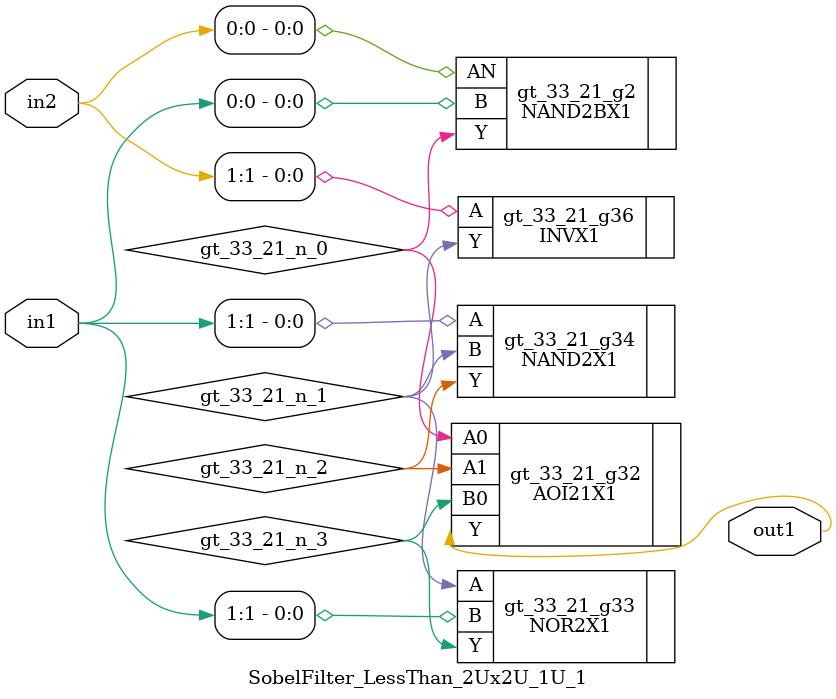
<source format=v>
`timescale 1ps / 1ps


module SobelFilter_LessThan_2Ux2U_1U_1(in2, in1, out1);
  input [1:0] in2, in1;
  output out1;
  wire [1:0] in2, in1;
  wire out1;
  wire gt_33_21_n_0, gt_33_21_n_1, gt_33_21_n_2, gt_33_21_n_3;
  AOI21X1 gt_33_21_g32(.A0 (gt_33_21_n_0), .A1 (gt_33_21_n_2), .B0
       (gt_33_21_n_3), .Y (out1));
  NOR2X1 gt_33_21_g33(.A (gt_33_21_n_1), .B (in1[1]), .Y
       (gt_33_21_n_3));
  NAND2X1 gt_33_21_g34(.A (in1[1]), .B (gt_33_21_n_1), .Y
       (gt_33_21_n_2));
  INVX1 gt_33_21_g36(.A (in2[1]), .Y (gt_33_21_n_1));
  NAND2BX1 gt_33_21_g2(.AN (in2[0]), .B (in1[0]), .Y (gt_33_21_n_0));
endmodule



</source>
